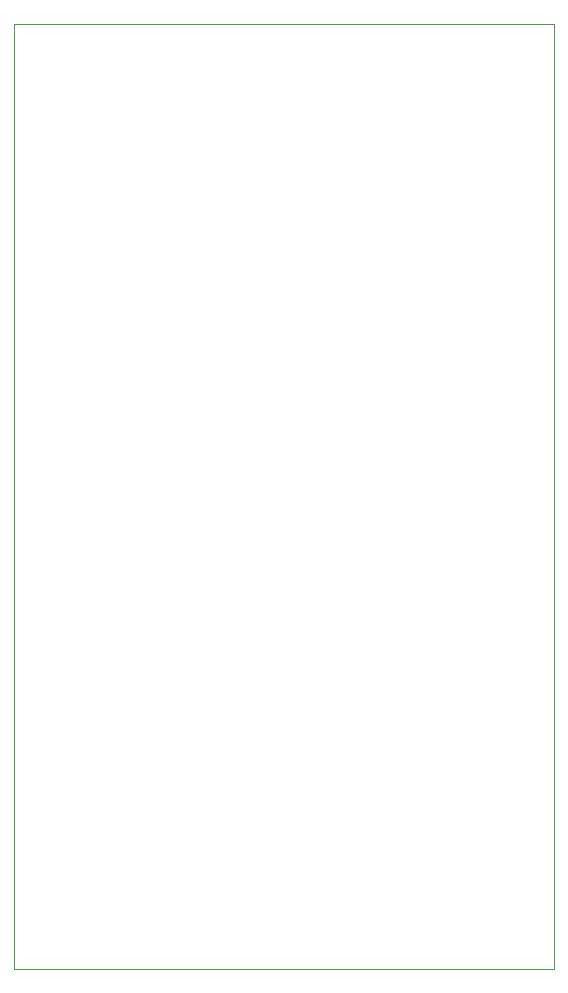
<source format=gbr>
G04 (created by PCBNEW (2013-07-07 BZR 4022)-stable) date 1/16/2014 3:21:13 PM*
%MOIN*%
G04 Gerber Fmt 3.4, Leading zero omitted, Abs format*
%FSLAX34Y34*%
G01*
G70*
G90*
G04 APERTURE LIST*
%ADD10C,0.006*%
%ADD11C,0.00393701*%
G04 APERTURE END LIST*
G54D10*
G54D11*
X0Y31500D02*
X0Y0D01*
X18000Y31500D02*
X0Y31500D01*
X18000Y0D02*
X18000Y31500D01*
X0Y0D02*
X18000Y0D01*
M02*

</source>
